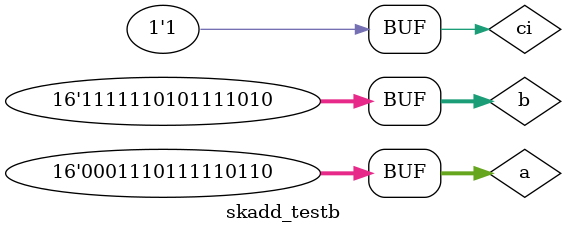
<source format=v>
module skadd_testb();
	reg[15:0] a, b;
	reg ci;
	wire[15:0] s;	wire co;
	sklansky g1(ci, a[15:0], b[15:0], s[15:0], co);
	initial begin
		a = 16'b0101100111011111; b=16'b1011110011010110; ci = 1'b0;
		#5 a = 16'b1100111101000010; b=16'b0100100010001101; ci = 1'b0;
		#5 a = 16'b1101010100111100; b=16'b1100000111000000; ci = 1'b1;
		#5 a = 16'b0001110111110110; b=16'b1111110101111010; ci = 1'b1;
	end
endmodule
</source>
